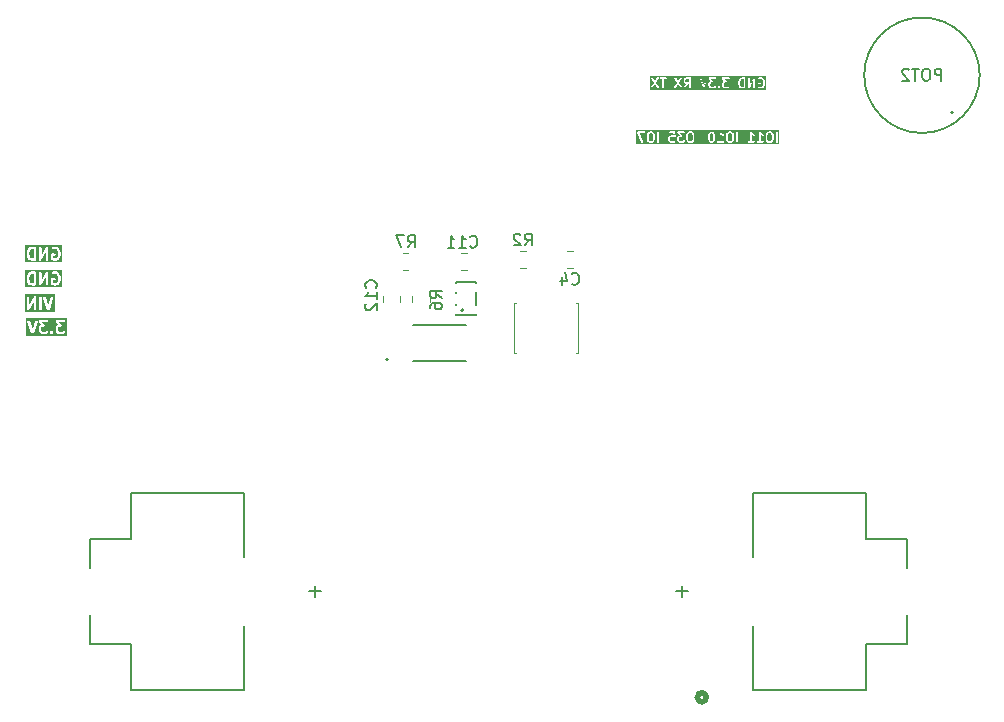
<source format=gbr>
%TF.GenerationSoftware,KiCad,Pcbnew,7.0.9*%
%TF.CreationDate,2024-05-06T23:46:12-05:00*%
%TF.ProjectId,CONTROL WIFI ESP32 S3 V4.0,434f4e54-524f-44c2-9057-494649204553,rev?*%
%TF.SameCoordinates,Original*%
%TF.FileFunction,Legend,Bot*%
%TF.FilePolarity,Positive*%
%FSLAX46Y46*%
G04 Gerber Fmt 4.6, Leading zero omitted, Abs format (unit mm)*
G04 Created by KiCad (PCBNEW 7.0.9) date 2024-05-06 23:46:12*
%MOMM*%
%LPD*%
G01*
G04 APERTURE LIST*
%ADD10C,0.150000*%
%ADD11C,0.200000*%
%ADD12C,0.508000*%
%ADD13C,0.152400*%
%ADD14C,0.120000*%
%ADD15C,0.127000*%
G04 APERTURE END LIST*
D10*
G36*
X96897744Y-86019295D02*
G01*
X96794438Y-86019295D01*
X96708496Y-85990648D01*
X96653431Y-85935582D01*
X96624461Y-85877642D01*
X96590601Y-85742202D01*
X96590601Y-85646387D01*
X96624461Y-85510946D01*
X96653431Y-85453006D01*
X96708495Y-85397942D01*
X96794438Y-85369295D01*
X96897744Y-85369295D01*
X96897744Y-86019295D01*
G37*
G36*
X92288220Y-85638342D02*
G01*
X92076163Y-85638342D01*
X92026695Y-85613608D01*
X92005812Y-85592725D01*
X91981077Y-85543255D01*
X91981077Y-85464381D01*
X92005812Y-85414911D01*
X92026695Y-85394029D01*
X92076163Y-85369295D01*
X92288220Y-85369295D01*
X92288220Y-85638342D01*
G37*
G36*
X98838221Y-86283581D02*
G01*
X88936293Y-86283581D01*
X88936293Y-86102538D01*
X89050579Y-86102538D01*
X89073317Y-86148527D01*
X89120297Y-86169140D01*
X89169535Y-86154732D01*
X89187528Y-86135898D01*
X89391790Y-85829503D01*
X89596054Y-86135898D01*
X89637396Y-86166277D01*
X89688592Y-86162976D01*
X89725689Y-86127537D01*
X89731328Y-86076545D01*
X89720862Y-86052693D01*
X89481930Y-85694295D01*
X89720862Y-85335897D01*
X89733003Y-85286052D01*
X89730639Y-85281271D01*
X89775073Y-85281271D01*
X89783982Y-85331795D01*
X89823282Y-85364772D01*
X89848934Y-85369295D01*
X90002506Y-85369295D01*
X90002506Y-86094295D01*
X90020053Y-86142504D01*
X90064482Y-86168156D01*
X90115006Y-86159247D01*
X90147983Y-86119947D01*
X90151053Y-86102538D01*
X91031532Y-86102538D01*
X91054270Y-86148527D01*
X91101250Y-86169140D01*
X91150488Y-86154732D01*
X91168481Y-86135898D01*
X91372743Y-85829503D01*
X91577007Y-86135898D01*
X91618349Y-86166277D01*
X91669545Y-86162976D01*
X91706642Y-86127537D01*
X91712281Y-86076545D01*
X91701815Y-86052693D01*
X91462883Y-85694295D01*
X91551772Y-85560961D01*
X91831077Y-85560961D01*
X91832610Y-85565174D01*
X91831569Y-85569536D01*
X91838995Y-85594502D01*
X91877091Y-85670693D01*
X91878280Y-85671818D01*
X91891140Y-85690185D01*
X91929235Y-85728280D01*
X91930716Y-85728971D01*
X91948727Y-85742329D01*
X92024917Y-85780424D01*
X92029370Y-85780936D01*
X92032210Y-85783319D01*
X91844635Y-86051285D01*
X91831364Y-86100842D01*
X91853051Y-86147336D01*
X91899551Y-86169011D01*
X91949104Y-86155726D01*
X91967519Y-86137305D01*
X92211793Y-85788342D01*
X92288220Y-85788342D01*
X92288220Y-86094295D01*
X92305767Y-86142504D01*
X92350196Y-86168156D01*
X92400720Y-86159247D01*
X92433697Y-86119947D01*
X92438220Y-86094295D01*
X92438220Y-85294295D01*
X92437474Y-85292246D01*
X93164439Y-85292246D01*
X93168260Y-85318012D01*
X93434926Y-86118012D01*
X93436268Y-86119703D01*
X93436327Y-86121862D01*
X93452076Y-86139623D01*
X93466817Y-86158198D01*
X93468930Y-86158630D01*
X93470364Y-86160247D01*
X93493834Y-86163727D01*
X93517078Y-86168484D01*
X93518977Y-86167455D01*
X93521113Y-86167772D01*
X93541319Y-86155357D01*
X93562192Y-86144056D01*
X93562986Y-86142046D01*
X93564825Y-86140917D01*
X93577228Y-86118012D01*
X93635927Y-85941914D01*
X93926316Y-85941914D01*
X93927849Y-85946127D01*
X93926808Y-85950488D01*
X93934234Y-85975455D01*
X93972329Y-86051645D01*
X93973517Y-86052770D01*
X93986377Y-86071136D01*
X94024472Y-86109232D01*
X94025953Y-86109922D01*
X94043965Y-86123282D01*
X94120156Y-86161377D01*
X94124609Y-86161889D01*
X94128045Y-86164772D01*
X94153697Y-86169295D01*
X94382268Y-86169295D01*
X94386480Y-86167761D01*
X94390842Y-86168804D01*
X94415809Y-86161377D01*
X94492000Y-86123282D01*
X94493124Y-86122094D01*
X94511493Y-86109232D01*
X94549588Y-86071136D01*
X94559600Y-86049664D01*
X94688506Y-86049664D01*
X94693548Y-86068482D01*
X94695247Y-86087896D01*
X94700921Y-86096000D01*
X94701784Y-86099219D01*
X94704513Y-86101130D01*
X94710187Y-86109233D01*
X94748282Y-86147328D01*
X94765941Y-86155562D01*
X94781903Y-86166739D01*
X94785319Y-86166440D01*
X94788291Y-86168156D01*
X94791670Y-86167560D01*
X94794778Y-86169009D01*
X94813596Y-86163966D01*
X94833010Y-86162269D01*
X94836824Y-86159597D01*
X94838815Y-86159247D01*
X94840936Y-86156719D01*
X94841114Y-86156594D01*
X94844333Y-86155732D01*
X94846244Y-86153002D01*
X94854347Y-86147329D01*
X94892443Y-86109234D01*
X94900676Y-86091577D01*
X94911856Y-86075612D01*
X94911266Y-86068868D01*
X94914125Y-86062738D01*
X94909083Y-86043921D01*
X94907385Y-86024504D01*
X94901709Y-86016399D01*
X94900848Y-86013183D01*
X94898119Y-86011272D01*
X94892444Y-86003167D01*
X94854348Y-85965071D01*
X94836689Y-85956836D01*
X94820725Y-85945659D01*
X94817309Y-85945957D01*
X94814339Y-85944243D01*
X94810958Y-85944839D01*
X94807851Y-85943390D01*
X94789031Y-85948432D01*
X94769618Y-85950131D01*
X94765804Y-85952801D01*
X94763815Y-85953152D01*
X94761693Y-85955679D01*
X94761515Y-85955804D01*
X94758297Y-85956667D01*
X94756385Y-85959396D01*
X94748281Y-85965072D01*
X94710186Y-86003168D01*
X94701952Y-86020825D01*
X94690775Y-86036789D01*
X94691365Y-86043532D01*
X94688506Y-86049664D01*
X94559600Y-86049664D01*
X94571268Y-86024640D01*
X94557990Y-85975085D01*
X94515964Y-85945659D01*
X94464857Y-85950131D01*
X94443520Y-85965072D01*
X94414031Y-85994561D01*
X94364563Y-86019295D01*
X94171402Y-86019295D01*
X94121933Y-85994561D01*
X94101050Y-85973677D01*
X94085168Y-85941914D01*
X95069173Y-85941914D01*
X95070706Y-85946127D01*
X95069665Y-85950488D01*
X95077091Y-85975455D01*
X95115186Y-86051645D01*
X95116374Y-86052770D01*
X95129234Y-86071136D01*
X95167329Y-86109232D01*
X95168810Y-86109922D01*
X95186822Y-86123282D01*
X95263013Y-86161377D01*
X95267466Y-86161889D01*
X95270902Y-86164772D01*
X95296554Y-86169295D01*
X95525125Y-86169295D01*
X95529337Y-86167761D01*
X95533699Y-86168804D01*
X95558666Y-86161377D01*
X95634857Y-86123282D01*
X95635981Y-86122094D01*
X95654350Y-86109232D01*
X95692445Y-86071136D01*
X95714125Y-86024640D01*
X95700847Y-85975085D01*
X95658821Y-85945659D01*
X95607714Y-85950131D01*
X95586377Y-85965072D01*
X95556888Y-85994561D01*
X95507420Y-86019295D01*
X95314259Y-86019295D01*
X95264790Y-85994561D01*
X95243907Y-85973677D01*
X95219173Y-85924209D01*
X95219173Y-85769142D01*
X95228025Y-85751438D01*
X96440601Y-85751438D01*
X96441786Y-85754695D01*
X96442840Y-85769629D01*
X96480936Y-85922010D01*
X96482925Y-85924955D01*
X96486615Y-85937360D01*
X96524710Y-86013550D01*
X96525896Y-86014673D01*
X96538759Y-86033042D01*
X96614949Y-86109233D01*
X96619012Y-86111127D01*
X96621360Y-86114949D01*
X96644265Y-86127351D01*
X96758551Y-86165446D01*
X96760185Y-86165401D01*
X96782268Y-86169295D01*
X96972744Y-86169295D01*
X96991052Y-86162631D01*
X97010244Y-86159247D01*
X97014594Y-86154062D01*
X97020953Y-86151748D01*
X97030695Y-86134874D01*
X97043221Y-86119947D01*
X97044938Y-86110204D01*
X97046605Y-86107319D01*
X97046026Y-86104036D01*
X97047744Y-86094295D01*
X97278696Y-86094295D01*
X97281067Y-86100811D01*
X97279894Y-86107647D01*
X97289633Y-86124344D01*
X97296243Y-86142504D01*
X97302248Y-86145971D01*
X97305743Y-86151963D01*
X97323934Y-86158492D01*
X97340672Y-86168156D01*
X97347503Y-86166951D01*
X97354030Y-86169294D01*
X97372161Y-86162603D01*
X97391196Y-86159247D01*
X97395653Y-86153934D01*
X97402160Y-86151534D01*
X97418814Y-86131505D01*
X97735839Y-85576711D01*
X97735839Y-86094295D01*
X97753386Y-86142504D01*
X97797815Y-86168156D01*
X97848339Y-86159247D01*
X97881316Y-86119947D01*
X97885839Y-86094295D01*
X97885839Y-86018104D01*
X98078696Y-86018104D01*
X98084295Y-86033488D01*
X98085723Y-86049800D01*
X98095114Y-86063212D01*
X98096243Y-86066313D01*
X98097992Y-86067323D01*
X98100663Y-86071137D01*
X98138759Y-86109233D01*
X98142823Y-86111128D01*
X98145170Y-86114948D01*
X98168075Y-86127351D01*
X98282360Y-86165446D01*
X98283994Y-86165401D01*
X98306077Y-86169295D01*
X98382268Y-86169295D01*
X98383806Y-86168734D01*
X98405985Y-86165446D01*
X98520271Y-86127351D01*
X98523782Y-86124563D01*
X98528251Y-86124173D01*
X98549587Y-86109233D01*
X98625778Y-86033041D01*
X98626469Y-86031558D01*
X98639826Y-86013550D01*
X98677921Y-85937360D01*
X98678326Y-85933833D01*
X98683600Y-85922010D01*
X98721696Y-85769628D01*
X98721335Y-85766179D01*
X98723935Y-85751438D01*
X98723935Y-85637152D01*
X98722749Y-85633894D01*
X98721696Y-85618962D01*
X98683600Y-85466580D01*
X98681611Y-85463636D01*
X98677921Y-85451230D01*
X98639826Y-85375039D01*
X98638639Y-85373915D01*
X98625777Y-85355547D01*
X98549587Y-85279357D01*
X98545523Y-85277462D01*
X98543176Y-85273641D01*
X98520271Y-85261239D01*
X98405985Y-85223144D01*
X98404350Y-85223188D01*
X98382268Y-85219295D01*
X98267982Y-85219295D01*
X98263768Y-85220828D01*
X98259408Y-85219787D01*
X98234441Y-85227213D01*
X98158251Y-85265308D01*
X98122979Y-85302562D01*
X98119904Y-85353773D01*
X98150468Y-85394978D01*
X98200366Y-85406898D01*
X98225333Y-85399472D01*
X98285687Y-85369295D01*
X98370098Y-85369295D01*
X98456040Y-85397942D01*
X98511104Y-85453006D01*
X98540074Y-85510945D01*
X98573935Y-85646387D01*
X98573935Y-85742202D01*
X98540074Y-85877643D01*
X98511104Y-85935582D01*
X98456039Y-85990648D01*
X98370098Y-86019295D01*
X98318247Y-86019295D01*
X98232306Y-85990648D01*
X98228696Y-85987038D01*
X98228696Y-85826438D01*
X98306077Y-85826438D01*
X98354286Y-85808891D01*
X98379938Y-85764462D01*
X98371029Y-85713938D01*
X98331729Y-85680961D01*
X98306077Y-85676438D01*
X98153696Y-85676438D01*
X98135387Y-85683101D01*
X98116196Y-85686486D01*
X98111845Y-85691670D01*
X98105487Y-85693985D01*
X98095744Y-85710858D01*
X98083219Y-85725786D01*
X98081501Y-85735528D01*
X98079835Y-85738414D01*
X98080413Y-85741696D01*
X98078696Y-85751438D01*
X98078696Y-86018104D01*
X97885839Y-86018104D01*
X97885839Y-85294295D01*
X97883467Y-85287778D01*
X97884641Y-85280943D01*
X97874901Y-85264245D01*
X97868292Y-85246086D01*
X97862286Y-85242618D01*
X97858792Y-85236627D01*
X97840600Y-85230097D01*
X97823863Y-85220434D01*
X97817031Y-85221638D01*
X97810505Y-85219296D01*
X97792373Y-85225986D01*
X97773339Y-85229343D01*
X97768881Y-85234655D01*
X97762375Y-85237056D01*
X97745721Y-85257085D01*
X97428696Y-85811878D01*
X97428696Y-85294295D01*
X97411149Y-85246086D01*
X97366720Y-85220434D01*
X97316196Y-85229343D01*
X97283219Y-85268643D01*
X97278696Y-85294295D01*
X97278696Y-86094295D01*
X97047744Y-86094295D01*
X97047744Y-85294295D01*
X97041080Y-85275986D01*
X97037696Y-85256795D01*
X97032511Y-85252444D01*
X97030197Y-85246086D01*
X97013323Y-85236343D01*
X96998396Y-85223818D01*
X96988653Y-85222100D01*
X96985768Y-85220434D01*
X96982485Y-85221012D01*
X96972744Y-85219295D01*
X96782268Y-85219295D01*
X96780729Y-85219855D01*
X96758551Y-85223144D01*
X96644265Y-85261239D01*
X96640754Y-85264025D01*
X96636286Y-85264416D01*
X96614949Y-85279357D01*
X96538759Y-85355547D01*
X96538068Y-85357028D01*
X96524710Y-85375039D01*
X96486615Y-85451230D01*
X96486209Y-85454756D01*
X96480936Y-85466580D01*
X96442840Y-85618961D01*
X96443200Y-85622409D01*
X96440601Y-85637152D01*
X96440601Y-85751438D01*
X95228025Y-85751438D01*
X95243907Y-85719673D01*
X95264789Y-85698791D01*
X95314259Y-85674057D01*
X95410839Y-85674057D01*
X95429835Y-85667142D01*
X95449675Y-85663220D01*
X95453426Y-85658555D01*
X95459048Y-85656510D01*
X95469156Y-85639002D01*
X95481832Y-85623245D01*
X95481708Y-85617262D01*
X95484700Y-85612081D01*
X95481189Y-85592170D01*
X95480771Y-85571953D01*
X95476330Y-85564617D01*
X95475791Y-85561557D01*
X95473123Y-85559318D01*
X95467283Y-85549670D01*
X95309455Y-85369295D01*
X95639411Y-85369295D01*
X95687620Y-85351748D01*
X95713272Y-85307319D01*
X95704363Y-85256795D01*
X95665063Y-85223818D01*
X95639411Y-85219295D01*
X95144173Y-85219295D01*
X95125173Y-85226210D01*
X95105337Y-85230133D01*
X95101586Y-85234795D01*
X95095964Y-85236842D01*
X95085854Y-85254351D01*
X95073180Y-85270107D01*
X95073303Y-85276089D01*
X95070312Y-85281271D01*
X95073823Y-85301184D01*
X95074242Y-85321399D01*
X95078681Y-85328732D01*
X95079221Y-85331795D01*
X95081890Y-85334034D01*
X95087730Y-85343683D01*
X95255689Y-85535636D01*
X95186822Y-85570070D01*
X95185696Y-85571259D01*
X95167330Y-85584119D01*
X95129235Y-85622214D01*
X95128544Y-85623695D01*
X95115186Y-85641706D01*
X95077091Y-85717897D01*
X95076578Y-85722350D01*
X95073696Y-85725786D01*
X95069173Y-85751438D01*
X95069173Y-85941914D01*
X94085168Y-85941914D01*
X94076316Y-85924209D01*
X94076316Y-85769142D01*
X94101050Y-85719673D01*
X94121932Y-85698791D01*
X94171402Y-85674057D01*
X94267982Y-85674057D01*
X94286978Y-85667142D01*
X94306818Y-85663220D01*
X94310569Y-85658555D01*
X94316191Y-85656510D01*
X94326299Y-85639002D01*
X94338975Y-85623245D01*
X94338851Y-85617262D01*
X94341843Y-85612081D01*
X94338332Y-85592170D01*
X94337914Y-85571953D01*
X94333473Y-85564617D01*
X94332934Y-85561557D01*
X94330266Y-85559318D01*
X94324426Y-85549670D01*
X94166598Y-85369295D01*
X94496554Y-85369295D01*
X94544763Y-85351748D01*
X94570415Y-85307319D01*
X94561506Y-85256795D01*
X94522206Y-85223818D01*
X94496554Y-85219295D01*
X94001316Y-85219295D01*
X93982316Y-85226210D01*
X93962480Y-85230133D01*
X93958729Y-85234795D01*
X93953107Y-85236842D01*
X93942997Y-85254351D01*
X93930323Y-85270107D01*
X93930446Y-85276089D01*
X93927455Y-85281271D01*
X93930966Y-85301184D01*
X93931385Y-85321399D01*
X93935824Y-85328732D01*
X93936364Y-85331795D01*
X93939033Y-85334034D01*
X93944873Y-85343683D01*
X94112832Y-85535636D01*
X94043965Y-85570070D01*
X94042839Y-85571259D01*
X94024473Y-85584119D01*
X93986378Y-85622214D01*
X93985687Y-85623695D01*
X93972329Y-85641706D01*
X93934234Y-85717897D01*
X93933721Y-85722350D01*
X93930839Y-85725786D01*
X93926316Y-85751438D01*
X93926316Y-85941914D01*
X93635927Y-85941914D01*
X93843895Y-85318012D01*
X93842494Y-85266728D01*
X93808457Y-85228343D01*
X93757708Y-85220818D01*
X93713995Y-85247673D01*
X93701593Y-85270578D01*
X93506077Y-85857124D01*
X93310562Y-85270578D01*
X93278671Y-85230392D01*
X93228410Y-85220106D01*
X93183296Y-85244535D01*
X93164439Y-85292246D01*
X92437474Y-85292246D01*
X92431556Y-85275986D01*
X92428172Y-85256795D01*
X92422987Y-85252444D01*
X92420673Y-85246086D01*
X92403799Y-85236343D01*
X92388872Y-85223818D01*
X92379129Y-85222100D01*
X92376244Y-85220434D01*
X92372961Y-85221012D01*
X92363220Y-85219295D01*
X92058458Y-85219295D01*
X92054244Y-85220828D01*
X92049884Y-85219787D01*
X92024917Y-85227213D01*
X91948727Y-85265308D01*
X91947601Y-85266497D01*
X91929235Y-85279357D01*
X91891140Y-85317452D01*
X91890447Y-85318936D01*
X91877091Y-85336944D01*
X91838995Y-85413135D01*
X91838482Y-85417588D01*
X91835600Y-85421024D01*
X91831077Y-85446676D01*
X91831077Y-85560961D01*
X91551772Y-85560961D01*
X91701815Y-85335897D01*
X91713956Y-85286052D01*
X91691219Y-85240063D01*
X91644238Y-85219450D01*
X91595000Y-85233857D01*
X91577007Y-85252692D01*
X91372743Y-85559086D01*
X91168481Y-85252692D01*
X91127139Y-85222313D01*
X91075943Y-85225615D01*
X91038846Y-85261053D01*
X91033207Y-85312045D01*
X91043673Y-85335898D01*
X91282604Y-85694295D01*
X91043673Y-86052692D01*
X91031532Y-86102538D01*
X90151053Y-86102538D01*
X90152506Y-86094295D01*
X90152506Y-85369295D01*
X90306077Y-85369295D01*
X90354286Y-85351748D01*
X90379938Y-85307319D01*
X90371029Y-85256795D01*
X90331729Y-85223818D01*
X90306077Y-85219295D01*
X89848934Y-85219295D01*
X89800725Y-85236842D01*
X89775073Y-85281271D01*
X89730639Y-85281271D01*
X89710266Y-85240063D01*
X89663285Y-85219450D01*
X89614047Y-85233857D01*
X89596054Y-85252692D01*
X89391790Y-85559086D01*
X89187528Y-85252692D01*
X89146186Y-85222313D01*
X89094990Y-85225615D01*
X89057893Y-85261053D01*
X89052254Y-85312045D01*
X89062720Y-85335898D01*
X89301651Y-85694295D01*
X89062720Y-86052692D01*
X89050579Y-86102538D01*
X88936293Y-86102538D01*
X88936293Y-85105009D01*
X98838221Y-85105009D01*
X98838221Y-86283581D01*
G37*
D11*
G36*
X39605284Y-107110076D02*
G01*
X36125464Y-107110076D01*
X36125464Y-105837040D01*
X36268321Y-105837040D01*
X36268791Y-105898842D01*
X36602124Y-106898841D01*
X36620034Y-106923104D01*
X36637601Y-106947672D01*
X36638355Y-106947923D01*
X36638829Y-106948565D01*
X36667594Y-106957670D01*
X36696233Y-106967217D01*
X36696993Y-106966976D01*
X36697751Y-106967216D01*
X36726329Y-106957689D01*
X36755155Y-106948565D01*
X36755628Y-106947923D01*
X36756383Y-106947672D01*
X36773937Y-106923120D01*
X36791860Y-106898842D01*
X36865893Y-106676742D01*
X37216040Y-106676742D01*
X37223163Y-106698665D01*
X37226597Y-106721463D01*
X37274216Y-106816701D01*
X37285589Y-106828248D01*
X37292948Y-106842690D01*
X37340566Y-106890310D01*
X37355009Y-106897669D01*
X37366557Y-106909043D01*
X37461794Y-106956662D01*
X37484592Y-106960095D01*
X37506516Y-106967219D01*
X37792230Y-106967219D01*
X37814153Y-106960095D01*
X37836951Y-106956662D01*
X37932189Y-106909043D01*
X37943737Y-106897668D01*
X37958179Y-106890310D01*
X38005798Y-106842690D01*
X38025533Y-106803958D01*
X38169650Y-106803958D01*
X38172128Y-106819602D01*
X38169651Y-106835243D01*
X38176840Y-106849353D01*
X38179319Y-106865000D01*
X38190519Y-106876199D01*
X38197709Y-106890311D01*
X38245328Y-106937929D01*
X38259439Y-106945119D01*
X38270640Y-106956320D01*
X38278609Y-106957582D01*
X38285137Y-106962325D01*
X38293206Y-106962325D01*
X38300395Y-106965988D01*
X38316038Y-106963510D01*
X38331682Y-106965988D01*
X38338871Y-106962325D01*
X38346941Y-106962325D01*
X38353469Y-106957582D01*
X38361438Y-106956320D01*
X38372637Y-106945120D01*
X38386750Y-106937930D01*
X38434368Y-106890311D01*
X38441557Y-106876200D01*
X38452759Y-106865000D01*
X38455236Y-106849354D01*
X38462427Y-106835244D01*
X38459949Y-106819600D01*
X38462427Y-106803958D01*
X38455236Y-106789846D01*
X38452759Y-106774201D01*
X38441558Y-106763000D01*
X38434369Y-106748890D01*
X38386750Y-106701270D01*
X38372637Y-106694079D01*
X38361437Y-106682879D01*
X38353469Y-106681617D01*
X38346941Y-106676874D01*
X38338872Y-106676874D01*
X38338613Y-106676742D01*
X38644611Y-106676742D01*
X38651734Y-106698665D01*
X38655168Y-106721463D01*
X38702787Y-106816701D01*
X38714160Y-106828248D01*
X38721519Y-106842690D01*
X38769137Y-106890310D01*
X38783580Y-106897669D01*
X38795128Y-106909043D01*
X38890365Y-106956662D01*
X38913163Y-106960095D01*
X38935087Y-106967219D01*
X39220801Y-106967219D01*
X39242724Y-106960095D01*
X39265522Y-106956662D01*
X39360760Y-106909043D01*
X39372308Y-106897668D01*
X39386750Y-106890310D01*
X39434369Y-106842690D01*
X39462427Y-106787622D01*
X39452759Y-106726580D01*
X39409056Y-106682879D01*
X39348014Y-106673211D01*
X39292946Y-106701270D01*
X39256803Y-106737413D01*
X39197194Y-106767219D01*
X38958694Y-106767219D01*
X38899084Y-106737414D01*
X38874417Y-106712746D01*
X38844611Y-106653134D01*
X38844611Y-106462254D01*
X38874416Y-106402644D01*
X38899084Y-106377975D01*
X38958694Y-106348171D01*
X39077944Y-106348171D01*
X39097173Y-106341922D01*
X39117316Y-106340095D01*
X39125889Y-106332592D01*
X39136723Y-106329073D01*
X39148608Y-106312714D01*
X39163828Y-106299397D01*
X39166354Y-106288288D01*
X39173050Y-106279073D01*
X39173050Y-106258851D01*
X39177535Y-106239132D01*
X39173050Y-106228660D01*
X39173050Y-106217269D01*
X39161163Y-106200908D01*
X39153202Y-106182321D01*
X38964988Y-105967219D01*
X39363658Y-105967219D01*
X39422437Y-105948121D01*
X39458764Y-105898121D01*
X39458764Y-105836317D01*
X39422437Y-105786317D01*
X39363658Y-105767219D01*
X38744611Y-105767219D01*
X38725381Y-105773467D01*
X38705239Y-105775295D01*
X38696665Y-105782797D01*
X38685832Y-105786317D01*
X38673945Y-105802677D01*
X38658727Y-105815994D01*
X38656200Y-105827101D01*
X38649505Y-105836317D01*
X38649505Y-105856539D01*
X38645020Y-105876258D01*
X38649505Y-105886729D01*
X38649505Y-105898121D01*
X38661391Y-105914481D01*
X38669353Y-105933069D01*
X38873974Y-106166923D01*
X38795128Y-106206347D01*
X38783579Y-106217721D01*
X38769138Y-106225080D01*
X38721519Y-106272698D01*
X38714160Y-106287140D01*
X38702787Y-106298688D01*
X38655168Y-106393926D01*
X38651734Y-106416723D01*
X38644611Y-106438647D01*
X38644611Y-106676742D01*
X38338613Y-106676742D01*
X38331683Y-106673211D01*
X38316038Y-106675688D01*
X38300395Y-106673211D01*
X38293206Y-106676874D01*
X38285137Y-106676874D01*
X38278610Y-106681615D01*
X38270641Y-106682878D01*
X38259439Y-106694079D01*
X38245327Y-106701270D01*
X38197709Y-106748890D01*
X38190518Y-106763001D01*
X38179319Y-106774201D01*
X38176841Y-106789844D01*
X38169650Y-106803958D01*
X38025533Y-106803958D01*
X38033856Y-106787622D01*
X38024188Y-106726580D01*
X37980485Y-106682879D01*
X37919443Y-106673211D01*
X37864375Y-106701270D01*
X37828232Y-106737413D01*
X37768623Y-106767219D01*
X37530123Y-106767219D01*
X37470513Y-106737414D01*
X37445846Y-106712746D01*
X37416040Y-106653134D01*
X37416040Y-106462254D01*
X37445845Y-106402644D01*
X37470513Y-106377975D01*
X37530123Y-106348171D01*
X37649373Y-106348171D01*
X37668602Y-106341922D01*
X37688745Y-106340095D01*
X37697318Y-106332592D01*
X37708152Y-106329073D01*
X37720037Y-106312714D01*
X37735257Y-106299397D01*
X37737783Y-106288288D01*
X37744479Y-106279073D01*
X37744479Y-106258851D01*
X37748964Y-106239132D01*
X37744479Y-106228660D01*
X37744479Y-106217269D01*
X37732592Y-106200908D01*
X37724631Y-106182321D01*
X37536417Y-105967219D01*
X37935087Y-105967219D01*
X37993866Y-105948121D01*
X38030193Y-105898121D01*
X38030193Y-105836317D01*
X37993866Y-105786317D01*
X37935087Y-105767219D01*
X37316040Y-105767219D01*
X37296810Y-105773467D01*
X37276668Y-105775295D01*
X37268094Y-105782797D01*
X37257261Y-105786317D01*
X37245374Y-105802677D01*
X37230156Y-105815994D01*
X37227629Y-105827101D01*
X37220934Y-105836317D01*
X37220934Y-105856539D01*
X37216449Y-105876258D01*
X37220934Y-105886729D01*
X37220934Y-105898121D01*
X37232820Y-105914481D01*
X37240782Y-105933069D01*
X37445403Y-106166923D01*
X37366557Y-106206347D01*
X37355008Y-106217721D01*
X37340567Y-106225080D01*
X37292948Y-106272698D01*
X37285589Y-106287140D01*
X37274216Y-106298688D01*
X37226597Y-106393926D01*
X37223163Y-106416723D01*
X37216040Y-106438647D01*
X37216040Y-106676742D01*
X36865893Y-106676742D01*
X37125193Y-105898842D01*
X37125663Y-105837040D01*
X37089716Y-105786766D01*
X37031084Y-105767222D01*
X36972162Y-105785873D01*
X36935457Y-105835597D01*
X36696992Y-106550991D01*
X36458527Y-105835596D01*
X36421822Y-105785873D01*
X36362900Y-105767221D01*
X36304268Y-105786766D01*
X36268321Y-105837040D01*
X36125464Y-105837040D01*
X36125464Y-105624362D01*
X39605284Y-105624362D01*
X39605284Y-107110076D01*
G37*
G36*
X36782707Y-100567219D02*
G01*
X36660838Y-100567219D01*
X36555773Y-100532197D01*
X36488703Y-100465127D01*
X36453249Y-100394218D01*
X36411279Y-100226337D01*
X36411279Y-100108100D01*
X36453249Y-99940218D01*
X36488702Y-99869312D01*
X36555774Y-99802240D01*
X36660838Y-99767219D01*
X36782707Y-99767219D01*
X36782707Y-100567219D01*
G37*
G36*
X39220802Y-100910076D02*
G01*
X36068422Y-100910076D01*
X36068422Y-100238647D01*
X36211279Y-100238647D01*
X36215125Y-100250484D01*
X36214265Y-100262901D01*
X36261884Y-100453376D01*
X36267794Y-100462822D01*
X36269455Y-100473844D01*
X36317074Y-100569082D01*
X36328448Y-100580630D01*
X36335806Y-100595071D01*
X36431044Y-100690311D01*
X36451588Y-100700779D01*
X36470132Y-100714468D01*
X36612989Y-100762087D01*
X36629196Y-100762210D01*
X36644612Y-100767219D01*
X36882707Y-100767219D01*
X36897770Y-100762325D01*
X36913609Y-100762325D01*
X36926422Y-100753015D01*
X36941486Y-100748121D01*
X36950795Y-100735307D01*
X36963609Y-100725998D01*
X36968503Y-100710934D01*
X36977813Y-100698121D01*
X36977813Y-100682281D01*
X36982707Y-100667219D01*
X37258898Y-100667219D01*
X37260642Y-100672587D01*
X37259493Y-100678115D01*
X37270052Y-100701551D01*
X37277996Y-100725998D01*
X37282563Y-100729316D01*
X37284882Y-100734462D01*
X37307196Y-100747213D01*
X37327996Y-100762325D01*
X37333641Y-100762325D01*
X37338543Y-100765126D01*
X37364097Y-100762325D01*
X37389800Y-100762325D01*
X37394366Y-100759007D01*
X37399978Y-100758392D01*
X37419001Y-100741109D01*
X37439800Y-100725998D01*
X37441544Y-100720628D01*
X37445722Y-100716833D01*
X37830326Y-100043775D01*
X37830326Y-100667219D01*
X37849424Y-100725998D01*
X37899424Y-100762325D01*
X37961228Y-100762325D01*
X38011228Y-100725998D01*
X38030326Y-100667219D01*
X38030326Y-100571980D01*
X38258898Y-100571980D01*
X38261390Y-100579651D01*
X38260128Y-100587622D01*
X38270759Y-100608487D01*
X38277996Y-100630759D01*
X38284524Y-100635502D01*
X38288187Y-100642690D01*
X38335805Y-100690310D01*
X38356347Y-100700776D01*
X38374894Y-100714468D01*
X38517751Y-100762087D01*
X38533958Y-100762210D01*
X38549374Y-100767219D01*
X38644612Y-100767219D01*
X38660027Y-100762210D01*
X38676235Y-100762087D01*
X38819091Y-100714468D01*
X38837638Y-100700776D01*
X38858180Y-100690310D01*
X38953418Y-100595071D01*
X38960776Y-100580629D01*
X38972150Y-100569082D01*
X39019769Y-100473845D01*
X39021429Y-100462823D01*
X39027340Y-100453377D01*
X39074959Y-100262901D01*
X39074098Y-100250484D01*
X39077945Y-100238647D01*
X39077945Y-100095790D01*
X39074098Y-100083952D01*
X39074959Y-100071536D01*
X39027340Y-99881060D01*
X39021429Y-99871613D01*
X39019769Y-99860592D01*
X38972150Y-99765355D01*
X38960776Y-99753807D01*
X38953418Y-99739365D01*
X38858180Y-99644127D01*
X38837636Y-99633659D01*
X38819091Y-99619970D01*
X38676235Y-99572351D01*
X38660027Y-99572227D01*
X38644612Y-99567219D01*
X38501755Y-99567219D01*
X38479831Y-99574342D01*
X38457033Y-99577776D01*
X38361796Y-99625395D01*
X38317763Y-99668764D01*
X38307632Y-99729731D01*
X38335271Y-99785010D01*
X38390124Y-99813486D01*
X38451238Y-99804281D01*
X38525362Y-99767219D01*
X38628385Y-99767219D01*
X38733449Y-99802240D01*
X38800522Y-99869313D01*
X38835974Y-99940218D01*
X38877945Y-100108099D01*
X38877945Y-100226337D01*
X38835974Y-100394218D01*
X38800521Y-100465124D01*
X38733450Y-100532197D01*
X38628385Y-100567219D01*
X38565600Y-100567219D01*
X38460535Y-100532197D01*
X38458898Y-100530559D01*
X38458898Y-100338647D01*
X38549374Y-100338647D01*
X38608153Y-100319549D01*
X38644480Y-100269549D01*
X38644480Y-100207745D01*
X38608153Y-100157745D01*
X38549374Y-100138647D01*
X38358898Y-100138647D01*
X38343835Y-100143541D01*
X38327996Y-100143541D01*
X38315182Y-100152850D01*
X38300119Y-100157745D01*
X38290809Y-100170558D01*
X38277996Y-100179868D01*
X38273101Y-100194931D01*
X38263792Y-100207745D01*
X38263792Y-100223584D01*
X38258898Y-100238647D01*
X38258898Y-100571980D01*
X38030326Y-100571980D01*
X38030326Y-99667219D01*
X38028581Y-99661850D01*
X38029731Y-99656323D01*
X38019170Y-99632885D01*
X38011228Y-99608440D01*
X38006661Y-99605121D01*
X38004342Y-99599975D01*
X37982023Y-99587221D01*
X37961228Y-99572113D01*
X37955583Y-99572113D01*
X37950681Y-99569312D01*
X37925127Y-99572113D01*
X37899424Y-99572113D01*
X37894857Y-99575430D01*
X37889246Y-99576046D01*
X37870222Y-99593328D01*
X37849424Y-99608440D01*
X37847679Y-99613809D01*
X37843502Y-99617605D01*
X37458898Y-100290662D01*
X37458898Y-99667219D01*
X37439800Y-99608440D01*
X37389800Y-99572113D01*
X37327996Y-99572113D01*
X37277996Y-99608440D01*
X37258898Y-99667219D01*
X37258898Y-100667219D01*
X36982707Y-100667219D01*
X36982707Y-99667219D01*
X36977813Y-99652156D01*
X36977813Y-99636317D01*
X36968503Y-99623503D01*
X36963609Y-99608440D01*
X36950795Y-99599130D01*
X36941486Y-99586317D01*
X36926422Y-99581422D01*
X36913609Y-99572113D01*
X36897770Y-99572113D01*
X36882707Y-99567219D01*
X36644612Y-99567219D01*
X36629196Y-99572227D01*
X36612989Y-99572351D01*
X36470132Y-99619970D01*
X36451585Y-99633660D01*
X36431044Y-99644127D01*
X36335806Y-99739365D01*
X36328447Y-99753807D01*
X36317074Y-99765355D01*
X36269455Y-99860593D01*
X36267794Y-99871614D01*
X36261884Y-99881061D01*
X36214265Y-100071536D01*
X36215125Y-100083952D01*
X36211279Y-100095790D01*
X36211279Y-100238647D01*
X36068422Y-100238647D01*
X36068422Y-99424362D01*
X39220802Y-99424362D01*
X39220802Y-100910076D01*
G37*
G36*
X36782707Y-102667219D02*
G01*
X36660838Y-102667219D01*
X36555773Y-102632197D01*
X36488703Y-102565127D01*
X36453249Y-102494218D01*
X36411279Y-102326337D01*
X36411279Y-102208100D01*
X36453249Y-102040218D01*
X36488702Y-101969312D01*
X36555774Y-101902240D01*
X36660838Y-101867219D01*
X36782707Y-101867219D01*
X36782707Y-102667219D01*
G37*
G36*
X39220802Y-103010076D02*
G01*
X36068422Y-103010076D01*
X36068422Y-102338647D01*
X36211279Y-102338647D01*
X36215125Y-102350484D01*
X36214265Y-102362901D01*
X36261884Y-102553376D01*
X36267794Y-102562822D01*
X36269455Y-102573844D01*
X36317074Y-102669082D01*
X36328448Y-102680630D01*
X36335806Y-102695071D01*
X36431044Y-102790311D01*
X36451588Y-102800779D01*
X36470132Y-102814468D01*
X36612989Y-102862087D01*
X36629196Y-102862210D01*
X36644612Y-102867219D01*
X36882707Y-102867219D01*
X36897770Y-102862325D01*
X36913609Y-102862325D01*
X36926422Y-102853015D01*
X36941486Y-102848121D01*
X36950795Y-102835307D01*
X36963609Y-102825998D01*
X36968503Y-102810934D01*
X36977813Y-102798121D01*
X36977813Y-102782281D01*
X36982707Y-102767219D01*
X37258898Y-102767219D01*
X37260642Y-102772587D01*
X37259493Y-102778115D01*
X37270052Y-102801551D01*
X37277996Y-102825998D01*
X37282563Y-102829316D01*
X37284882Y-102834462D01*
X37307196Y-102847213D01*
X37327996Y-102862325D01*
X37333641Y-102862325D01*
X37338543Y-102865126D01*
X37364097Y-102862325D01*
X37389800Y-102862325D01*
X37394366Y-102859007D01*
X37399978Y-102858392D01*
X37419001Y-102841109D01*
X37439800Y-102825998D01*
X37441544Y-102820628D01*
X37445722Y-102816833D01*
X37830326Y-102143775D01*
X37830326Y-102767219D01*
X37849424Y-102825998D01*
X37899424Y-102862325D01*
X37961228Y-102862325D01*
X38011228Y-102825998D01*
X38030326Y-102767219D01*
X38030326Y-102671980D01*
X38258898Y-102671980D01*
X38261390Y-102679651D01*
X38260128Y-102687622D01*
X38270759Y-102708487D01*
X38277996Y-102730759D01*
X38284524Y-102735502D01*
X38288187Y-102742690D01*
X38335805Y-102790310D01*
X38356347Y-102800776D01*
X38374894Y-102814468D01*
X38517751Y-102862087D01*
X38533958Y-102862210D01*
X38549374Y-102867219D01*
X38644612Y-102867219D01*
X38660027Y-102862210D01*
X38676235Y-102862087D01*
X38819091Y-102814468D01*
X38837638Y-102800776D01*
X38858180Y-102790310D01*
X38953418Y-102695071D01*
X38960776Y-102680629D01*
X38972150Y-102669082D01*
X39019769Y-102573845D01*
X39021429Y-102562823D01*
X39027340Y-102553377D01*
X39074959Y-102362901D01*
X39074098Y-102350484D01*
X39077945Y-102338647D01*
X39077945Y-102195790D01*
X39074098Y-102183952D01*
X39074959Y-102171536D01*
X39027340Y-101981060D01*
X39021429Y-101971613D01*
X39019769Y-101960592D01*
X38972150Y-101865355D01*
X38960776Y-101853807D01*
X38953418Y-101839365D01*
X38858180Y-101744127D01*
X38837636Y-101733659D01*
X38819091Y-101719970D01*
X38676235Y-101672351D01*
X38660027Y-101672227D01*
X38644612Y-101667219D01*
X38501755Y-101667219D01*
X38479831Y-101674342D01*
X38457033Y-101677776D01*
X38361796Y-101725395D01*
X38317763Y-101768764D01*
X38307632Y-101829731D01*
X38335271Y-101885010D01*
X38390124Y-101913486D01*
X38451238Y-101904281D01*
X38525362Y-101867219D01*
X38628385Y-101867219D01*
X38733449Y-101902240D01*
X38800522Y-101969313D01*
X38835974Y-102040218D01*
X38877945Y-102208099D01*
X38877945Y-102326337D01*
X38835974Y-102494218D01*
X38800521Y-102565124D01*
X38733450Y-102632197D01*
X38628385Y-102667219D01*
X38565600Y-102667219D01*
X38460535Y-102632197D01*
X38458898Y-102630559D01*
X38458898Y-102438647D01*
X38549374Y-102438647D01*
X38608153Y-102419549D01*
X38644480Y-102369549D01*
X38644480Y-102307745D01*
X38608153Y-102257745D01*
X38549374Y-102238647D01*
X38358898Y-102238647D01*
X38343835Y-102243541D01*
X38327996Y-102243541D01*
X38315182Y-102252850D01*
X38300119Y-102257745D01*
X38290809Y-102270558D01*
X38277996Y-102279868D01*
X38273101Y-102294931D01*
X38263792Y-102307745D01*
X38263792Y-102323584D01*
X38258898Y-102338647D01*
X38258898Y-102671980D01*
X38030326Y-102671980D01*
X38030326Y-101767219D01*
X38028581Y-101761850D01*
X38029731Y-101756323D01*
X38019170Y-101732885D01*
X38011228Y-101708440D01*
X38006661Y-101705121D01*
X38004342Y-101699975D01*
X37982023Y-101687221D01*
X37961228Y-101672113D01*
X37955583Y-101672113D01*
X37950681Y-101669312D01*
X37925127Y-101672113D01*
X37899424Y-101672113D01*
X37894857Y-101675430D01*
X37889246Y-101676046D01*
X37870222Y-101693328D01*
X37849424Y-101708440D01*
X37847679Y-101713809D01*
X37843502Y-101717605D01*
X37458898Y-102390662D01*
X37458898Y-101767219D01*
X37439800Y-101708440D01*
X37389800Y-101672113D01*
X37327996Y-101672113D01*
X37277996Y-101708440D01*
X37258898Y-101767219D01*
X37258898Y-102767219D01*
X36982707Y-102767219D01*
X36982707Y-101767219D01*
X36977813Y-101752156D01*
X36977813Y-101736317D01*
X36968503Y-101723503D01*
X36963609Y-101708440D01*
X36950795Y-101699130D01*
X36941486Y-101686317D01*
X36926422Y-101681422D01*
X36913609Y-101672113D01*
X36897770Y-101672113D01*
X36882707Y-101667219D01*
X36644612Y-101667219D01*
X36629196Y-101672227D01*
X36612989Y-101672351D01*
X36470132Y-101719970D01*
X36451585Y-101733660D01*
X36431044Y-101744127D01*
X36335806Y-101839365D01*
X36328447Y-101853807D01*
X36317074Y-101865355D01*
X36269455Y-101960593D01*
X36267794Y-101971614D01*
X36261884Y-101981061D01*
X36214265Y-102171536D01*
X36215125Y-102183952D01*
X36211279Y-102195790D01*
X36211279Y-102338647D01*
X36068422Y-102338647D01*
X36068422Y-101524362D01*
X39220802Y-101524362D01*
X39220802Y-103010076D01*
G37*
D10*
G36*
X89152127Y-89994029D02*
G01*
X89205021Y-90046923D01*
X89235840Y-90170196D01*
X89235840Y-90418392D01*
X89205021Y-90541666D01*
X89152126Y-90594560D01*
X89102658Y-90619295D01*
X88985687Y-90619295D01*
X88936219Y-90594561D01*
X88883323Y-90541665D01*
X88852506Y-90418394D01*
X88852506Y-90170194D01*
X88883323Y-90046923D01*
X88936218Y-89994029D01*
X88985687Y-89969295D01*
X89102658Y-89969295D01*
X89152127Y-89994029D01*
G37*
G36*
X92504508Y-89994029D02*
G01*
X92557402Y-90046923D01*
X92588221Y-90170196D01*
X92588221Y-90418392D01*
X92557402Y-90541666D01*
X92504507Y-90594560D01*
X92455039Y-90619295D01*
X92338068Y-90619295D01*
X92288600Y-90594561D01*
X92235704Y-90541665D01*
X92204887Y-90418394D01*
X92204887Y-90170194D01*
X92235704Y-90046923D01*
X92288599Y-89994029D01*
X92338068Y-89969295D01*
X92455039Y-89969295D01*
X92504508Y-89994029D01*
G37*
G36*
X94256889Y-89994029D02*
G01*
X94277771Y-90014911D01*
X94306741Y-90072850D01*
X94340602Y-90208292D01*
X94340602Y-90380297D01*
X94306741Y-90515738D01*
X94277771Y-90573677D01*
X94256888Y-90594561D01*
X94207420Y-90619295D01*
X94166640Y-90619295D01*
X94117171Y-90594561D01*
X94096288Y-90573677D01*
X94067318Y-90515738D01*
X94033459Y-90380299D01*
X94033459Y-90208290D01*
X94067318Y-90072851D01*
X94096288Y-90014911D01*
X94117170Y-89994029D01*
X94166640Y-89969295D01*
X94207420Y-89969295D01*
X94256889Y-89994029D01*
G37*
G36*
X95856889Y-89994029D02*
G01*
X95909783Y-90046923D01*
X95940602Y-90170196D01*
X95940602Y-90418392D01*
X95909783Y-90541666D01*
X95856888Y-90594560D01*
X95807420Y-90619295D01*
X95690449Y-90619295D01*
X95640981Y-90594561D01*
X95588085Y-90541665D01*
X95557268Y-90418394D01*
X95557268Y-90170194D01*
X95588085Y-90046923D01*
X95640980Y-89994029D01*
X95690449Y-89969295D01*
X95807420Y-89969295D01*
X95856889Y-89994029D01*
G37*
G36*
X99209270Y-89994029D02*
G01*
X99262164Y-90046923D01*
X99292983Y-90170196D01*
X99292983Y-90418392D01*
X99262164Y-90541666D01*
X99209269Y-90594560D01*
X99159801Y-90619295D01*
X99042830Y-90619295D01*
X98993362Y-90594561D01*
X98940466Y-90541665D01*
X98909649Y-90418394D01*
X98909649Y-90170194D01*
X98940466Y-90046923D01*
X98993361Y-89994029D01*
X99042830Y-89969295D01*
X99159801Y-89969295D01*
X99209270Y-89994029D01*
G37*
G36*
X99900125Y-90883581D02*
G01*
X87788337Y-90883581D01*
X87788337Y-89898479D01*
X87902623Y-89898479D01*
X87908570Y-89923839D01*
X88251428Y-90723839D01*
X88286547Y-90761238D01*
X88337488Y-90767314D01*
X88380418Y-90739223D01*
X88395247Y-90690110D01*
X88389300Y-90664751D01*
X88287676Y-90427628D01*
X88702506Y-90427628D01*
X88703691Y-90430885D01*
X88704745Y-90445818D01*
X88742840Y-90598199D01*
X88746982Y-90604332D01*
X88747628Y-90611705D01*
X88762568Y-90633042D01*
X88838759Y-90709233D01*
X88840240Y-90709924D01*
X88858251Y-90723282D01*
X88934441Y-90761377D01*
X88938894Y-90761889D01*
X88942330Y-90764772D01*
X88967982Y-90769295D01*
X89120363Y-90769295D01*
X89124575Y-90767761D01*
X89128937Y-90768804D01*
X89153904Y-90761377D01*
X89230095Y-90723282D01*
X89231219Y-90722094D01*
X89249587Y-90709233D01*
X89264525Y-90694295D01*
X89578696Y-90694295D01*
X89596243Y-90742504D01*
X89640672Y-90768156D01*
X89691196Y-90759247D01*
X89724173Y-90719947D01*
X89728696Y-90694295D01*
X89728696Y-90541914D01*
X90531078Y-90541914D01*
X90532611Y-90546127D01*
X90531570Y-90550488D01*
X90538996Y-90575455D01*
X90577091Y-90651645D01*
X90578279Y-90652770D01*
X90591139Y-90671136D01*
X90629234Y-90709232D01*
X90630715Y-90709922D01*
X90648727Y-90723282D01*
X90724918Y-90761377D01*
X90729371Y-90761889D01*
X90732807Y-90764772D01*
X90758459Y-90769295D01*
X90948935Y-90769295D01*
X90953148Y-90767761D01*
X90957509Y-90768803D01*
X90982476Y-90761377D01*
X91058666Y-90723282D01*
X91059791Y-90722092D01*
X91078158Y-90709233D01*
X91116254Y-90671137D01*
X91137935Y-90624640D01*
X91124658Y-90575086D01*
X91082633Y-90545659D01*
X91031525Y-90550130D01*
X91010188Y-90565071D01*
X90980698Y-90594561D01*
X90931230Y-90619295D01*
X90776164Y-90619295D01*
X90726695Y-90594561D01*
X90705812Y-90573677D01*
X90689930Y-90541914D01*
X91292983Y-90541914D01*
X91294516Y-90546127D01*
X91293475Y-90550488D01*
X91300901Y-90575455D01*
X91338996Y-90651645D01*
X91340184Y-90652770D01*
X91353044Y-90671136D01*
X91391139Y-90709232D01*
X91392620Y-90709922D01*
X91410632Y-90723282D01*
X91486823Y-90761377D01*
X91491276Y-90761889D01*
X91494712Y-90764772D01*
X91520364Y-90769295D01*
X91748935Y-90769295D01*
X91753147Y-90767761D01*
X91757509Y-90768804D01*
X91782476Y-90761377D01*
X91858667Y-90723282D01*
X91859791Y-90722094D01*
X91878160Y-90709232D01*
X91916255Y-90671136D01*
X91937935Y-90624640D01*
X91924657Y-90575085D01*
X91882631Y-90545659D01*
X91831524Y-90550131D01*
X91810187Y-90565072D01*
X91780698Y-90594561D01*
X91731230Y-90619295D01*
X91538069Y-90619295D01*
X91488600Y-90594561D01*
X91467717Y-90573677D01*
X91442983Y-90524209D01*
X91442983Y-90427628D01*
X92054887Y-90427628D01*
X92056072Y-90430885D01*
X92057126Y-90445818D01*
X92095221Y-90598199D01*
X92099363Y-90604332D01*
X92100009Y-90611705D01*
X92114949Y-90633042D01*
X92191140Y-90709233D01*
X92192621Y-90709924D01*
X92210632Y-90723282D01*
X92286822Y-90761377D01*
X92291275Y-90761889D01*
X92294711Y-90764772D01*
X92320363Y-90769295D01*
X92472744Y-90769295D01*
X92476956Y-90767761D01*
X92481318Y-90768804D01*
X92506285Y-90761377D01*
X92582476Y-90723282D01*
X92583600Y-90722094D01*
X92601968Y-90709233D01*
X92616906Y-90694295D01*
X92931077Y-90694295D01*
X92948624Y-90742504D01*
X92993053Y-90768156D01*
X93043577Y-90759247D01*
X93076554Y-90719947D01*
X93081077Y-90694295D01*
X93081077Y-90389533D01*
X93883459Y-90389533D01*
X93884644Y-90392790D01*
X93885698Y-90407723D01*
X93923793Y-90560104D01*
X93925781Y-90563048D01*
X93929472Y-90575455D01*
X93967567Y-90651645D01*
X93968755Y-90652770D01*
X93981615Y-90671136D01*
X94019710Y-90709232D01*
X94021191Y-90709922D01*
X94039203Y-90723282D01*
X94115394Y-90761377D01*
X94119847Y-90761889D01*
X94123283Y-90764772D01*
X94148935Y-90769295D01*
X94225125Y-90769295D01*
X94229337Y-90767761D01*
X94233699Y-90768804D01*
X94258666Y-90761377D01*
X94334857Y-90723282D01*
X94335981Y-90722094D01*
X94354350Y-90709232D01*
X94382310Y-90681271D01*
X94646503Y-90681271D01*
X94655412Y-90731795D01*
X94694712Y-90764772D01*
X94720364Y-90769295D01*
X95177507Y-90769295D01*
X95225716Y-90751748D01*
X95251368Y-90707319D01*
X95242459Y-90656795D01*
X95203159Y-90623818D01*
X95177507Y-90619295D01*
X95023935Y-90619295D01*
X95023935Y-90427628D01*
X95407268Y-90427628D01*
X95408453Y-90430885D01*
X95409507Y-90445818D01*
X95447602Y-90598199D01*
X95451744Y-90604332D01*
X95452390Y-90611705D01*
X95467330Y-90633042D01*
X95543521Y-90709233D01*
X95545002Y-90709924D01*
X95563013Y-90723282D01*
X95639203Y-90761377D01*
X95643656Y-90761889D01*
X95647092Y-90764772D01*
X95672744Y-90769295D01*
X95825125Y-90769295D01*
X95829337Y-90767761D01*
X95833699Y-90768804D01*
X95858666Y-90761377D01*
X95934857Y-90723282D01*
X95935981Y-90722094D01*
X95954349Y-90709233D01*
X95969287Y-90694295D01*
X96283458Y-90694295D01*
X96301005Y-90742504D01*
X96345434Y-90768156D01*
X96395958Y-90759247D01*
X96428935Y-90719947D01*
X96433458Y-90694295D01*
X96433458Y-90681271D01*
X97236979Y-90681271D01*
X97245888Y-90731795D01*
X97285188Y-90764772D01*
X97310840Y-90769295D01*
X97767983Y-90769295D01*
X97816192Y-90751748D01*
X97841844Y-90707319D01*
X97837251Y-90681271D01*
X97998884Y-90681271D01*
X98007793Y-90731795D01*
X98047093Y-90764772D01*
X98072745Y-90769295D01*
X98529888Y-90769295D01*
X98578097Y-90751748D01*
X98603749Y-90707319D01*
X98594840Y-90656795D01*
X98555540Y-90623818D01*
X98529888Y-90619295D01*
X98376316Y-90619295D01*
X98376316Y-90427628D01*
X98759649Y-90427628D01*
X98760834Y-90430885D01*
X98761888Y-90445818D01*
X98799983Y-90598199D01*
X98804125Y-90604332D01*
X98804771Y-90611705D01*
X98819711Y-90633042D01*
X98895902Y-90709233D01*
X98897383Y-90709924D01*
X98915394Y-90723282D01*
X98991584Y-90761377D01*
X98996037Y-90761889D01*
X98999473Y-90764772D01*
X99025125Y-90769295D01*
X99177506Y-90769295D01*
X99181718Y-90767761D01*
X99186080Y-90768804D01*
X99211047Y-90761377D01*
X99287238Y-90723282D01*
X99288362Y-90722094D01*
X99306730Y-90709233D01*
X99321668Y-90694295D01*
X99635839Y-90694295D01*
X99653386Y-90742504D01*
X99697815Y-90768156D01*
X99748339Y-90759247D01*
X99781316Y-90719947D01*
X99785839Y-90694295D01*
X99785839Y-89894295D01*
X99768292Y-89846086D01*
X99723863Y-89820434D01*
X99673339Y-89829343D01*
X99640362Y-89868643D01*
X99635839Y-89894295D01*
X99635839Y-90694295D01*
X99321668Y-90694295D01*
X99382921Y-90633041D01*
X99386047Y-90626335D01*
X99392038Y-90621989D01*
X99402648Y-90598200D01*
X99440744Y-90445818D01*
X99440383Y-90442369D01*
X99442983Y-90427628D01*
X99442983Y-90160961D01*
X99441797Y-90157703D01*
X99440744Y-90142771D01*
X99402648Y-89990389D01*
X99398505Y-89984256D01*
X99397861Y-89976884D01*
X99382920Y-89955547D01*
X99306730Y-89879357D01*
X99305248Y-89878666D01*
X99287238Y-89865308D01*
X99211047Y-89827213D01*
X99206593Y-89826700D01*
X99203158Y-89823818D01*
X99177506Y-89819295D01*
X99025125Y-89819295D01*
X99020911Y-89820828D01*
X99016551Y-89819787D01*
X98991584Y-89827213D01*
X98915394Y-89865308D01*
X98914268Y-89866496D01*
X98895903Y-89879356D01*
X98819711Y-89955547D01*
X98816583Y-89962254D01*
X98810593Y-89966601D01*
X98799983Y-89990390D01*
X98761888Y-90142771D01*
X98762248Y-90146219D01*
X98759649Y-90160961D01*
X98759649Y-90427628D01*
X98376316Y-90427628D01*
X98376316Y-90113455D01*
X98400664Y-90137804D01*
X98402146Y-90138495D01*
X98420156Y-90151853D01*
X98496347Y-90189948D01*
X98547314Y-90195813D01*
X98590127Y-90167546D01*
X98604753Y-90118372D01*
X98584350Y-90071301D01*
X98563429Y-90055784D01*
X98498124Y-90023131D01*
X98435792Y-89960800D01*
X98363720Y-89852692D01*
X98360243Y-89850137D01*
X98358769Y-89846086D01*
X98339919Y-89835202D01*
X98322378Y-89822313D01*
X98318075Y-89822590D01*
X98314340Y-89820434D01*
X98292903Y-89824214D01*
X98271181Y-89825615D01*
X98268062Y-89828594D01*
X98263816Y-89829343D01*
X98249825Y-89846015D01*
X98234085Y-89861053D01*
X98233611Y-89865339D01*
X98230839Y-89868643D01*
X98226316Y-89894295D01*
X98226316Y-90619295D01*
X98072745Y-90619295D01*
X98024536Y-90636842D01*
X97998884Y-90681271D01*
X97837251Y-90681271D01*
X97832935Y-90656795D01*
X97793635Y-90623818D01*
X97767983Y-90619295D01*
X97614411Y-90619295D01*
X97614411Y-90113455D01*
X97638759Y-90137804D01*
X97640241Y-90138495D01*
X97658251Y-90151853D01*
X97734442Y-90189948D01*
X97785409Y-90195813D01*
X97828222Y-90167546D01*
X97842848Y-90118372D01*
X97822445Y-90071301D01*
X97801524Y-90055784D01*
X97736219Y-90023131D01*
X97673887Y-89960800D01*
X97601815Y-89852692D01*
X97598338Y-89850137D01*
X97596864Y-89846086D01*
X97578014Y-89835202D01*
X97560473Y-89822313D01*
X97556170Y-89822590D01*
X97552435Y-89820434D01*
X97530998Y-89824214D01*
X97509276Y-89825615D01*
X97506157Y-89828594D01*
X97501911Y-89829343D01*
X97487920Y-89846015D01*
X97472180Y-89861053D01*
X97471706Y-89865339D01*
X97468934Y-89868643D01*
X97464411Y-89894295D01*
X97464411Y-90619295D01*
X97310840Y-90619295D01*
X97262631Y-90636842D01*
X97236979Y-90681271D01*
X96433458Y-90681271D01*
X96433458Y-89894295D01*
X96415911Y-89846086D01*
X96371482Y-89820434D01*
X96320958Y-89829343D01*
X96287981Y-89868643D01*
X96283458Y-89894295D01*
X96283458Y-90694295D01*
X95969287Y-90694295D01*
X96030540Y-90633041D01*
X96033666Y-90626335D01*
X96039657Y-90621989D01*
X96050267Y-90598200D01*
X96088363Y-90445818D01*
X96088002Y-90442369D01*
X96090602Y-90427628D01*
X96090602Y-90160961D01*
X96089416Y-90157703D01*
X96088363Y-90142771D01*
X96050267Y-89990389D01*
X96046124Y-89984256D01*
X96045480Y-89976884D01*
X96030539Y-89955547D01*
X95954349Y-89879357D01*
X95952867Y-89878666D01*
X95934857Y-89865308D01*
X95858666Y-89827213D01*
X95854212Y-89826700D01*
X95850777Y-89823818D01*
X95825125Y-89819295D01*
X95672744Y-89819295D01*
X95668530Y-89820828D01*
X95664170Y-89819787D01*
X95639203Y-89827213D01*
X95563013Y-89865308D01*
X95561887Y-89866496D01*
X95543522Y-89879356D01*
X95467330Y-89955547D01*
X95464202Y-89962254D01*
X95458212Y-89966601D01*
X95447602Y-89990390D01*
X95409507Y-90142771D01*
X95409867Y-90146219D01*
X95407268Y-90160961D01*
X95407268Y-90427628D01*
X95023935Y-90427628D01*
X95023935Y-90113455D01*
X95048283Y-90137804D01*
X95049765Y-90138495D01*
X95067775Y-90151853D01*
X95143966Y-90189948D01*
X95194933Y-90195813D01*
X95237746Y-90167546D01*
X95252372Y-90118372D01*
X95231969Y-90071301D01*
X95211048Y-90055784D01*
X95145743Y-90023131D01*
X95083411Y-89960800D01*
X95011339Y-89852692D01*
X95007862Y-89850137D01*
X95006388Y-89846086D01*
X94987538Y-89835202D01*
X94969997Y-89822313D01*
X94965694Y-89822590D01*
X94961959Y-89820434D01*
X94940522Y-89824214D01*
X94918800Y-89825615D01*
X94915681Y-89828594D01*
X94911435Y-89829343D01*
X94897444Y-89846015D01*
X94881704Y-89861053D01*
X94881230Y-89865339D01*
X94878458Y-89868643D01*
X94873935Y-89894295D01*
X94873935Y-90619295D01*
X94720364Y-90619295D01*
X94672155Y-90636842D01*
X94646503Y-90681271D01*
X94382310Y-90681271D01*
X94392445Y-90671136D01*
X94393136Y-90669653D01*
X94406493Y-90651645D01*
X94444588Y-90575455D01*
X94444993Y-90571928D01*
X94450267Y-90560105D01*
X94488363Y-90407723D01*
X94488002Y-90404274D01*
X94490602Y-90389533D01*
X94490602Y-90199057D01*
X94489416Y-90195799D01*
X94488363Y-90180867D01*
X94450267Y-90028485D01*
X94448278Y-90025541D01*
X94444588Y-90013135D01*
X94406493Y-89936944D01*
X94405303Y-89935818D01*
X94392444Y-89917452D01*
X94354349Y-89879357D01*
X94352867Y-89878666D01*
X94334857Y-89865308D01*
X94258666Y-89827213D01*
X94254212Y-89826700D01*
X94250777Y-89823818D01*
X94225125Y-89819295D01*
X94148935Y-89819295D01*
X94144722Y-89820828D01*
X94140361Y-89819786D01*
X94115394Y-89827213D01*
X94039203Y-89865308D01*
X94038077Y-89866497D01*
X94019711Y-89879357D01*
X93981616Y-89917452D01*
X93980925Y-89918933D01*
X93967567Y-89936944D01*
X93929472Y-90013135D01*
X93929065Y-90016663D01*
X93923793Y-90028486D01*
X93885698Y-90180867D01*
X93886058Y-90184315D01*
X93883459Y-90199057D01*
X93883459Y-90389533D01*
X93081077Y-90389533D01*
X93081077Y-89894295D01*
X93063530Y-89846086D01*
X93019101Y-89820434D01*
X92968577Y-89829343D01*
X92935600Y-89868643D01*
X92931077Y-89894295D01*
X92931077Y-90694295D01*
X92616906Y-90694295D01*
X92678159Y-90633041D01*
X92681285Y-90626335D01*
X92687276Y-90621989D01*
X92697886Y-90598200D01*
X92735982Y-90445818D01*
X92735621Y-90442369D01*
X92738221Y-90427628D01*
X92738221Y-90160961D01*
X92737035Y-90157703D01*
X92735982Y-90142771D01*
X92697886Y-89990389D01*
X92693743Y-89984256D01*
X92693099Y-89976884D01*
X92678158Y-89955547D01*
X92601968Y-89879357D01*
X92600486Y-89878666D01*
X92582476Y-89865308D01*
X92506285Y-89827213D01*
X92501831Y-89826700D01*
X92498396Y-89823818D01*
X92472744Y-89819295D01*
X92320363Y-89819295D01*
X92316149Y-89820828D01*
X92311789Y-89819787D01*
X92286822Y-89827213D01*
X92210632Y-89865308D01*
X92209506Y-89866496D01*
X92191141Y-89879356D01*
X92114949Y-89955547D01*
X92111821Y-89962254D01*
X92105831Y-89966601D01*
X92095221Y-89990390D01*
X92057126Y-90142771D01*
X92057486Y-90146219D01*
X92054887Y-90160961D01*
X92054887Y-90427628D01*
X91442983Y-90427628D01*
X91442983Y-90369142D01*
X91467717Y-90319673D01*
X91488599Y-90298791D01*
X91538069Y-90274057D01*
X91634649Y-90274057D01*
X91653645Y-90267142D01*
X91673485Y-90263220D01*
X91677236Y-90258555D01*
X91682858Y-90256510D01*
X91692966Y-90239002D01*
X91705642Y-90223245D01*
X91705518Y-90217262D01*
X91708510Y-90212081D01*
X91704999Y-90192170D01*
X91704581Y-90171953D01*
X91700140Y-90164617D01*
X91699601Y-90161557D01*
X91696933Y-90159318D01*
X91691093Y-90149670D01*
X91533265Y-89969295D01*
X91863221Y-89969295D01*
X91911430Y-89951748D01*
X91937082Y-89907319D01*
X91928173Y-89856795D01*
X91888873Y-89823818D01*
X91863221Y-89819295D01*
X91367983Y-89819295D01*
X91348983Y-89826210D01*
X91329147Y-89830133D01*
X91325396Y-89834795D01*
X91319774Y-89836842D01*
X91309664Y-89854351D01*
X91296990Y-89870107D01*
X91297113Y-89876089D01*
X91294122Y-89881271D01*
X91297633Y-89901184D01*
X91298052Y-89921399D01*
X91302491Y-89928732D01*
X91303031Y-89931795D01*
X91305700Y-89934034D01*
X91311540Y-89943683D01*
X91479499Y-90135636D01*
X91410632Y-90170070D01*
X91409506Y-90171259D01*
X91391140Y-90184119D01*
X91353045Y-90222214D01*
X91352354Y-90223695D01*
X91338996Y-90241706D01*
X91300901Y-90317897D01*
X91300388Y-90322350D01*
X91297506Y-90325786D01*
X91292983Y-90351438D01*
X91292983Y-90541914D01*
X90689930Y-90541914D01*
X90681078Y-90524209D01*
X90681078Y-90369142D01*
X90705812Y-90319673D01*
X90726694Y-90298791D01*
X90776164Y-90274057D01*
X90931230Y-90274057D01*
X90980698Y-90298791D01*
X91010189Y-90328281D01*
X91010635Y-90328489D01*
X91010850Y-90328934D01*
X91033864Y-90339320D01*
X91056685Y-90349961D01*
X91057160Y-90349833D01*
X91057611Y-90350037D01*
X91081900Y-90343204D01*
X91106240Y-90336683D01*
X91106523Y-90336278D01*
X91106998Y-90336145D01*
X91121217Y-90315292D01*
X91135666Y-90294657D01*
X91135623Y-90294166D01*
X91135901Y-90293759D01*
X91137849Y-90267784D01*
X91099753Y-89886832D01*
X91092842Y-89872480D01*
X91090077Y-89856795D01*
X91082044Y-89850055D01*
X91077496Y-89840608D01*
X91062978Y-89834056D01*
X91050777Y-89823818D01*
X91033568Y-89820783D01*
X91030735Y-89819505D01*
X91029032Y-89819983D01*
X91025125Y-89819295D01*
X90644173Y-89819295D01*
X90595964Y-89836842D01*
X90570312Y-89881271D01*
X90579221Y-89931795D01*
X90618521Y-89964772D01*
X90644173Y-89969295D01*
X90957251Y-89969295D01*
X90973154Y-90128327D01*
X90948935Y-90124057D01*
X90758459Y-90124057D01*
X90754246Y-90125590D01*
X90749885Y-90124548D01*
X90724918Y-90131975D01*
X90648727Y-90170070D01*
X90647601Y-90171259D01*
X90629235Y-90184119D01*
X90591140Y-90222214D01*
X90590449Y-90223695D01*
X90577091Y-90241706D01*
X90538996Y-90317897D01*
X90538483Y-90322350D01*
X90535601Y-90325786D01*
X90531078Y-90351438D01*
X90531078Y-90541914D01*
X89728696Y-90541914D01*
X89728696Y-89894295D01*
X89711149Y-89846086D01*
X89666720Y-89820434D01*
X89616196Y-89829343D01*
X89583219Y-89868643D01*
X89578696Y-89894295D01*
X89578696Y-90694295D01*
X89264525Y-90694295D01*
X89325778Y-90633041D01*
X89328904Y-90626335D01*
X89334895Y-90621989D01*
X89345505Y-90598200D01*
X89383601Y-90445818D01*
X89383240Y-90442369D01*
X89385840Y-90427628D01*
X89385840Y-90160961D01*
X89384654Y-90157703D01*
X89383601Y-90142771D01*
X89345505Y-89990389D01*
X89341362Y-89984256D01*
X89340718Y-89976884D01*
X89325777Y-89955547D01*
X89249587Y-89879357D01*
X89248105Y-89878666D01*
X89230095Y-89865308D01*
X89153904Y-89827213D01*
X89149450Y-89826700D01*
X89146015Y-89823818D01*
X89120363Y-89819295D01*
X88967982Y-89819295D01*
X88963768Y-89820828D01*
X88959408Y-89819787D01*
X88934441Y-89827213D01*
X88858251Y-89865308D01*
X88857125Y-89866496D01*
X88838760Y-89879356D01*
X88762568Y-89955547D01*
X88759440Y-89962254D01*
X88753450Y-89966601D01*
X88742840Y-89990390D01*
X88704745Y-90142771D01*
X88705105Y-90146219D01*
X88702506Y-90160961D01*
X88702506Y-90427628D01*
X88287676Y-90427628D01*
X88091247Y-89969295D01*
X88510840Y-89969295D01*
X88559049Y-89951748D01*
X88584701Y-89907319D01*
X88575792Y-89856795D01*
X88536492Y-89823818D01*
X88510840Y-89819295D01*
X87977506Y-89819295D01*
X87969180Y-89822325D01*
X87960382Y-89821276D01*
X87945739Y-89830857D01*
X87929297Y-89836842D01*
X87924866Y-89844515D01*
X87917452Y-89849367D01*
X87912394Y-89866117D01*
X87903645Y-89881271D01*
X87905183Y-89889997D01*
X87902623Y-89898479D01*
X87788337Y-89898479D01*
X87788337Y-89705009D01*
X99900125Y-89705009D01*
X99900125Y-90883581D01*
G37*
D11*
G36*
X38611378Y-105110074D02*
G01*
X36082708Y-105110074D01*
X36082708Y-104867219D01*
X36225565Y-104867219D01*
X36227309Y-104872587D01*
X36226160Y-104878115D01*
X36236719Y-104901551D01*
X36244663Y-104925998D01*
X36249230Y-104929316D01*
X36251549Y-104934462D01*
X36273863Y-104947213D01*
X36294663Y-104962325D01*
X36300308Y-104962325D01*
X36305210Y-104965126D01*
X36330764Y-104962325D01*
X36356467Y-104962325D01*
X36361033Y-104959007D01*
X36366645Y-104958392D01*
X36385668Y-104941109D01*
X36406467Y-104925998D01*
X36408211Y-104920628D01*
X36412389Y-104916833D01*
X36796993Y-104243775D01*
X36796993Y-104867219D01*
X36816091Y-104925998D01*
X36866091Y-104962325D01*
X36927895Y-104962325D01*
X36977895Y-104925998D01*
X36996993Y-104867219D01*
X37273183Y-104867219D01*
X37292281Y-104925998D01*
X37342281Y-104962325D01*
X37404085Y-104962325D01*
X37454085Y-104925998D01*
X37473183Y-104867219D01*
X37473183Y-103867219D01*
X37463377Y-103837040D01*
X37611179Y-103837040D01*
X37611649Y-103898842D01*
X37944982Y-104898841D01*
X37962892Y-104923104D01*
X37980459Y-104947672D01*
X37981213Y-104947923D01*
X37981687Y-104948565D01*
X38010452Y-104957670D01*
X38039091Y-104967217D01*
X38039851Y-104966976D01*
X38040609Y-104967216D01*
X38069187Y-104957689D01*
X38098013Y-104948565D01*
X38098486Y-104947923D01*
X38099241Y-104947672D01*
X38116795Y-104923120D01*
X38134718Y-104898842D01*
X38468051Y-103898842D01*
X38468521Y-103837040D01*
X38432574Y-103786766D01*
X38373942Y-103767222D01*
X38315020Y-103785873D01*
X38278315Y-103835597D01*
X38039850Y-104550991D01*
X37801385Y-103835596D01*
X37764680Y-103785873D01*
X37705758Y-103767221D01*
X37647126Y-103786766D01*
X37611179Y-103837040D01*
X37463377Y-103837040D01*
X37454085Y-103808440D01*
X37404085Y-103772113D01*
X37342281Y-103772113D01*
X37292281Y-103808440D01*
X37273183Y-103867219D01*
X37273183Y-104867219D01*
X36996993Y-104867219D01*
X36996993Y-103867219D01*
X36995248Y-103861850D01*
X36996398Y-103856323D01*
X36985837Y-103832885D01*
X36977895Y-103808440D01*
X36973328Y-103805121D01*
X36971009Y-103799975D01*
X36948690Y-103787221D01*
X36927895Y-103772113D01*
X36922250Y-103772113D01*
X36917348Y-103769312D01*
X36891794Y-103772113D01*
X36866091Y-103772113D01*
X36861524Y-103775430D01*
X36855913Y-103776046D01*
X36836889Y-103793328D01*
X36816091Y-103808440D01*
X36814346Y-103813809D01*
X36810169Y-103817605D01*
X36425565Y-104490662D01*
X36425565Y-103867219D01*
X36406467Y-103808440D01*
X36356467Y-103772113D01*
X36294663Y-103772113D01*
X36244663Y-103808440D01*
X36225565Y-103867219D01*
X36225565Y-104867219D01*
X36082708Y-104867219D01*
X36082708Y-103624364D01*
X38611378Y-103624364D01*
X38611378Y-105110074D01*
G37*
D10*
X113642856Y-85514819D02*
X113642856Y-84514819D01*
X113642856Y-84514819D02*
X113261904Y-84514819D01*
X113261904Y-84514819D02*
X113166666Y-84562438D01*
X113166666Y-84562438D02*
X113119047Y-84610057D01*
X113119047Y-84610057D02*
X113071428Y-84705295D01*
X113071428Y-84705295D02*
X113071428Y-84848152D01*
X113071428Y-84848152D02*
X113119047Y-84943390D01*
X113119047Y-84943390D02*
X113166666Y-84991009D01*
X113166666Y-84991009D02*
X113261904Y-85038628D01*
X113261904Y-85038628D02*
X113642856Y-85038628D01*
X112452380Y-84514819D02*
X112261904Y-84514819D01*
X112261904Y-84514819D02*
X112166666Y-84562438D01*
X112166666Y-84562438D02*
X112071428Y-84657676D01*
X112071428Y-84657676D02*
X112023809Y-84848152D01*
X112023809Y-84848152D02*
X112023809Y-85181485D01*
X112023809Y-85181485D02*
X112071428Y-85371961D01*
X112071428Y-85371961D02*
X112166666Y-85467200D01*
X112166666Y-85467200D02*
X112261904Y-85514819D01*
X112261904Y-85514819D02*
X112452380Y-85514819D01*
X112452380Y-85514819D02*
X112547618Y-85467200D01*
X112547618Y-85467200D02*
X112642856Y-85371961D01*
X112642856Y-85371961D02*
X112690475Y-85181485D01*
X112690475Y-85181485D02*
X112690475Y-84848152D01*
X112690475Y-84848152D02*
X112642856Y-84657676D01*
X112642856Y-84657676D02*
X112547618Y-84562438D01*
X112547618Y-84562438D02*
X112452380Y-84514819D01*
X111738094Y-84514819D02*
X111166666Y-84514819D01*
X111452380Y-85514819D02*
X111452380Y-84514819D01*
X110880951Y-84610057D02*
X110833332Y-84562438D01*
X110833332Y-84562438D02*
X110738094Y-84514819D01*
X110738094Y-84514819D02*
X110499999Y-84514819D01*
X110499999Y-84514819D02*
X110404761Y-84562438D01*
X110404761Y-84562438D02*
X110357142Y-84610057D01*
X110357142Y-84610057D02*
X110309523Y-84705295D01*
X110309523Y-84705295D02*
X110309523Y-84800533D01*
X110309523Y-84800533D02*
X110357142Y-84943390D01*
X110357142Y-84943390D02*
X110928570Y-85514819D01*
X110928570Y-85514819D02*
X110309523Y-85514819D01*
X65759580Y-103057142D02*
X65807200Y-103009523D01*
X65807200Y-103009523D02*
X65854819Y-102866666D01*
X65854819Y-102866666D02*
X65854819Y-102771428D01*
X65854819Y-102771428D02*
X65807200Y-102628571D01*
X65807200Y-102628571D02*
X65711961Y-102533333D01*
X65711961Y-102533333D02*
X65616723Y-102485714D01*
X65616723Y-102485714D02*
X65426247Y-102438095D01*
X65426247Y-102438095D02*
X65283390Y-102438095D01*
X65283390Y-102438095D02*
X65092914Y-102485714D01*
X65092914Y-102485714D02*
X64997676Y-102533333D01*
X64997676Y-102533333D02*
X64902438Y-102628571D01*
X64902438Y-102628571D02*
X64854819Y-102771428D01*
X64854819Y-102771428D02*
X64854819Y-102866666D01*
X64854819Y-102866666D02*
X64902438Y-103009523D01*
X64902438Y-103009523D02*
X64950057Y-103057142D01*
X65854819Y-104009523D02*
X65854819Y-103438095D01*
X65854819Y-103723809D02*
X64854819Y-103723809D01*
X64854819Y-103723809D02*
X64997676Y-103628571D01*
X64997676Y-103628571D02*
X65092914Y-103533333D01*
X65092914Y-103533333D02*
X65140533Y-103438095D01*
X64950057Y-104390476D02*
X64902438Y-104438095D01*
X64902438Y-104438095D02*
X64854819Y-104533333D01*
X64854819Y-104533333D02*
X64854819Y-104771428D01*
X64854819Y-104771428D02*
X64902438Y-104866666D01*
X64902438Y-104866666D02*
X64950057Y-104914285D01*
X64950057Y-104914285D02*
X65045295Y-104961904D01*
X65045295Y-104961904D02*
X65140533Y-104961904D01*
X65140533Y-104961904D02*
X65283390Y-104914285D01*
X65283390Y-104914285D02*
X65854819Y-104342857D01*
X65854819Y-104342857D02*
X65854819Y-104961904D01*
X71354819Y-103933333D02*
X70878628Y-103600000D01*
X71354819Y-103361905D02*
X70354819Y-103361905D01*
X70354819Y-103361905D02*
X70354819Y-103742857D01*
X70354819Y-103742857D02*
X70402438Y-103838095D01*
X70402438Y-103838095D02*
X70450057Y-103885714D01*
X70450057Y-103885714D02*
X70545295Y-103933333D01*
X70545295Y-103933333D02*
X70688152Y-103933333D01*
X70688152Y-103933333D02*
X70783390Y-103885714D01*
X70783390Y-103885714D02*
X70831009Y-103838095D01*
X70831009Y-103838095D02*
X70878628Y-103742857D01*
X70878628Y-103742857D02*
X70878628Y-103361905D01*
X70354819Y-104790476D02*
X70354819Y-104600000D01*
X70354819Y-104600000D02*
X70402438Y-104504762D01*
X70402438Y-104504762D02*
X70450057Y-104457143D01*
X70450057Y-104457143D02*
X70592914Y-104361905D01*
X70592914Y-104361905D02*
X70783390Y-104314286D01*
X70783390Y-104314286D02*
X71164342Y-104314286D01*
X71164342Y-104314286D02*
X71259580Y-104361905D01*
X71259580Y-104361905D02*
X71307200Y-104409524D01*
X71307200Y-104409524D02*
X71354819Y-104504762D01*
X71354819Y-104504762D02*
X71354819Y-104695238D01*
X71354819Y-104695238D02*
X71307200Y-104790476D01*
X71307200Y-104790476D02*
X71259580Y-104838095D01*
X71259580Y-104838095D02*
X71164342Y-104885714D01*
X71164342Y-104885714D02*
X70926247Y-104885714D01*
X70926247Y-104885714D02*
X70831009Y-104838095D01*
X70831009Y-104838095D02*
X70783390Y-104790476D01*
X70783390Y-104790476D02*
X70735771Y-104695238D01*
X70735771Y-104695238D02*
X70735771Y-104504762D01*
X70735771Y-104504762D02*
X70783390Y-104409524D01*
X70783390Y-104409524D02*
X70831009Y-104361905D01*
X70831009Y-104361905D02*
X70926247Y-104314286D01*
X73742857Y-99559580D02*
X73790476Y-99607200D01*
X73790476Y-99607200D02*
X73933333Y-99654819D01*
X73933333Y-99654819D02*
X74028571Y-99654819D01*
X74028571Y-99654819D02*
X74171428Y-99607200D01*
X74171428Y-99607200D02*
X74266666Y-99511961D01*
X74266666Y-99511961D02*
X74314285Y-99416723D01*
X74314285Y-99416723D02*
X74361904Y-99226247D01*
X74361904Y-99226247D02*
X74361904Y-99083390D01*
X74361904Y-99083390D02*
X74314285Y-98892914D01*
X74314285Y-98892914D02*
X74266666Y-98797676D01*
X74266666Y-98797676D02*
X74171428Y-98702438D01*
X74171428Y-98702438D02*
X74028571Y-98654819D01*
X74028571Y-98654819D02*
X73933333Y-98654819D01*
X73933333Y-98654819D02*
X73790476Y-98702438D01*
X73790476Y-98702438D02*
X73742857Y-98750057D01*
X72790476Y-99654819D02*
X73361904Y-99654819D01*
X73076190Y-99654819D02*
X73076190Y-98654819D01*
X73076190Y-98654819D02*
X73171428Y-98797676D01*
X73171428Y-98797676D02*
X73266666Y-98892914D01*
X73266666Y-98892914D02*
X73361904Y-98940533D01*
X71838095Y-99654819D02*
X72409523Y-99654819D01*
X72123809Y-99654819D02*
X72123809Y-98654819D01*
X72123809Y-98654819D02*
X72219047Y-98797676D01*
X72219047Y-98797676D02*
X72314285Y-98892914D01*
X72314285Y-98892914D02*
X72409523Y-98940533D01*
X82366666Y-102704580D02*
X82414285Y-102752200D01*
X82414285Y-102752200D02*
X82557142Y-102799819D01*
X82557142Y-102799819D02*
X82652380Y-102799819D01*
X82652380Y-102799819D02*
X82795237Y-102752200D01*
X82795237Y-102752200D02*
X82890475Y-102656961D01*
X82890475Y-102656961D02*
X82938094Y-102561723D01*
X82938094Y-102561723D02*
X82985713Y-102371247D01*
X82985713Y-102371247D02*
X82985713Y-102228390D01*
X82985713Y-102228390D02*
X82938094Y-102037914D01*
X82938094Y-102037914D02*
X82890475Y-101942676D01*
X82890475Y-101942676D02*
X82795237Y-101847438D01*
X82795237Y-101847438D02*
X82652380Y-101799819D01*
X82652380Y-101799819D02*
X82557142Y-101799819D01*
X82557142Y-101799819D02*
X82414285Y-101847438D01*
X82414285Y-101847438D02*
X82366666Y-101895057D01*
X81509523Y-102133152D02*
X81509523Y-102799819D01*
X81747618Y-101752200D02*
X81985713Y-102466485D01*
X81985713Y-102466485D02*
X81366666Y-102466485D01*
X78381512Y-99469819D02*
X78714845Y-98993628D01*
X78952940Y-99469819D02*
X78952940Y-98469819D01*
X78952940Y-98469819D02*
X78571988Y-98469819D01*
X78571988Y-98469819D02*
X78476750Y-98517438D01*
X78476750Y-98517438D02*
X78429131Y-98565057D01*
X78429131Y-98565057D02*
X78381512Y-98660295D01*
X78381512Y-98660295D02*
X78381512Y-98803152D01*
X78381512Y-98803152D02*
X78429131Y-98898390D01*
X78429131Y-98898390D02*
X78476750Y-98946009D01*
X78476750Y-98946009D02*
X78571988Y-98993628D01*
X78571988Y-98993628D02*
X78952940Y-98993628D01*
X78000559Y-98565057D02*
X77952940Y-98517438D01*
X77952940Y-98517438D02*
X77857702Y-98469819D01*
X77857702Y-98469819D02*
X77619607Y-98469819D01*
X77619607Y-98469819D02*
X77524369Y-98517438D01*
X77524369Y-98517438D02*
X77476750Y-98565057D01*
X77476750Y-98565057D02*
X77429131Y-98660295D01*
X77429131Y-98660295D02*
X77429131Y-98755533D01*
X77429131Y-98755533D02*
X77476750Y-98898390D01*
X77476750Y-98898390D02*
X78048178Y-99469819D01*
X78048178Y-99469819D02*
X77429131Y-99469819D01*
X68466666Y-99629819D02*
X68799999Y-99153628D01*
X69038094Y-99629819D02*
X69038094Y-98629819D01*
X69038094Y-98629819D02*
X68657142Y-98629819D01*
X68657142Y-98629819D02*
X68561904Y-98677438D01*
X68561904Y-98677438D02*
X68514285Y-98725057D01*
X68514285Y-98725057D02*
X68466666Y-98820295D01*
X68466666Y-98820295D02*
X68466666Y-98963152D01*
X68466666Y-98963152D02*
X68514285Y-99058390D01*
X68514285Y-99058390D02*
X68561904Y-99106009D01*
X68561904Y-99106009D02*
X68657142Y-99153628D01*
X68657142Y-99153628D02*
X69038094Y-99153628D01*
X68133332Y-98629819D02*
X67466666Y-98629819D01*
X67466666Y-98629819D02*
X67895237Y-99629819D01*
D12*
%TO.C,SW1*%
X93748600Y-137728400D02*
G75*
G03*
X93748600Y-137728400I-381000J0D01*
G01*
D13*
%TO.C,POT2*%
X114616200Y-88235000D02*
G75*
G03*
X114616200Y-88235000I-76200J0D01*
G01*
X116889500Y-85060000D02*
G75*
G03*
X116889500Y-85060000I-4889500J0D01*
G01*
D14*
%TO.C,C12*%
X67835000Y-103738748D02*
X67835000Y-104261252D01*
X66365000Y-103738748D02*
X66365000Y-104261252D01*
%TO.C,U2*%
X82844700Y-104379100D02*
X82844700Y-108620900D01*
X82682140Y-104379100D02*
X82844700Y-104379100D01*
X77485300Y-104379100D02*
X77647860Y-104379100D01*
X82844700Y-108620900D02*
X82682140Y-108620900D01*
X77647860Y-108620900D02*
X77485300Y-108620900D01*
X77485300Y-108620900D02*
X77485300Y-104379100D01*
D15*
%TO.C,BT2*%
X91155000Y-128765000D02*
X92155000Y-128765000D01*
X91655000Y-129265000D02*
X91655000Y-128265000D01*
X97715000Y-120460000D02*
X97715000Y-125845000D01*
X97715000Y-131685000D02*
X97715000Y-137070000D01*
X97715000Y-137070000D02*
X107245000Y-137070000D01*
X107245000Y-120460000D02*
X97715000Y-120460000D01*
X107245000Y-124320000D02*
X107245000Y-120460000D01*
X107245000Y-133210000D02*
X110715000Y-133210000D01*
X107245000Y-137070000D02*
X107245000Y-133210000D01*
X110715000Y-124320000D02*
X107245000Y-124320000D01*
X110715000Y-124320000D02*
X110715000Y-126795000D01*
X110715000Y-133210000D02*
X110715000Y-130735000D01*
D14*
%TO.C,R6*%
X70335000Y-103772936D02*
X70335000Y-104227064D01*
X68865000Y-103772936D02*
X68865000Y-104227064D01*
D15*
%TO.C,Q1*%
X68900000Y-106250000D02*
X73400000Y-106250000D01*
X68900000Y-109280000D02*
X73400000Y-109280000D01*
D11*
X66810000Y-109140000D02*
G75*
G03*
X66810000Y-109140000I-100000J0D01*
G01*
D14*
%TO.C,C11*%
X72938748Y-100090000D02*
X73461252Y-100090000D01*
X72938748Y-101560000D02*
X73461252Y-101560000D01*
%TO.C,C4*%
X81938748Y-99930000D02*
X82461252Y-99930000D01*
X81938748Y-101400000D02*
X82461252Y-101400000D01*
D15*
%TO.C,BT1*%
X61145000Y-128765000D02*
X60145000Y-128765000D01*
X60645000Y-128265000D02*
X60645000Y-129265000D01*
X54585000Y-137070000D02*
X54585000Y-131685000D01*
X54585000Y-125845000D02*
X54585000Y-120460000D01*
X54585000Y-120460000D02*
X45055000Y-120460000D01*
X45055000Y-137070000D02*
X54585000Y-137070000D01*
X45055000Y-133210000D02*
X45055000Y-137070000D01*
X45055000Y-124320000D02*
X41585000Y-124320000D01*
X45055000Y-120460000D02*
X45055000Y-124320000D01*
X41585000Y-133210000D02*
X45055000Y-133210000D01*
X41585000Y-133210000D02*
X41585000Y-130735000D01*
X41585000Y-124320000D02*
X41585000Y-126795000D01*
D14*
%TO.C,R2*%
X78441910Y-101400000D02*
X77987782Y-101400000D01*
X78441910Y-99930000D02*
X77987782Y-99930000D01*
D13*
%TO.C,IC1*%
X72590000Y-105387000D02*
X74210000Y-105387000D01*
X74210000Y-105387000D02*
X74210000Y-105293000D01*
X72590000Y-105293000D02*
X72590000Y-105387000D01*
X74210000Y-104487000D02*
X74210000Y-103443000D01*
X72590000Y-104393000D02*
X72590000Y-104487000D01*
X72590000Y-103443000D02*
X72590000Y-103537000D01*
X74210000Y-102637000D02*
X74210000Y-102543000D01*
X72590000Y-102543000D02*
X72590000Y-102637000D01*
X74210000Y-102543000D02*
X72590000Y-102543000D01*
D15*
X73200000Y-104965000D02*
G75*
G03*
X73200000Y-104965000I-100000J0D01*
G01*
D14*
%TO.C,R7*%
X68527064Y-101560000D02*
X68072936Y-101560000D01*
X68527064Y-100090000D02*
X68072936Y-100090000D01*
%TD*%
M02*

</source>
